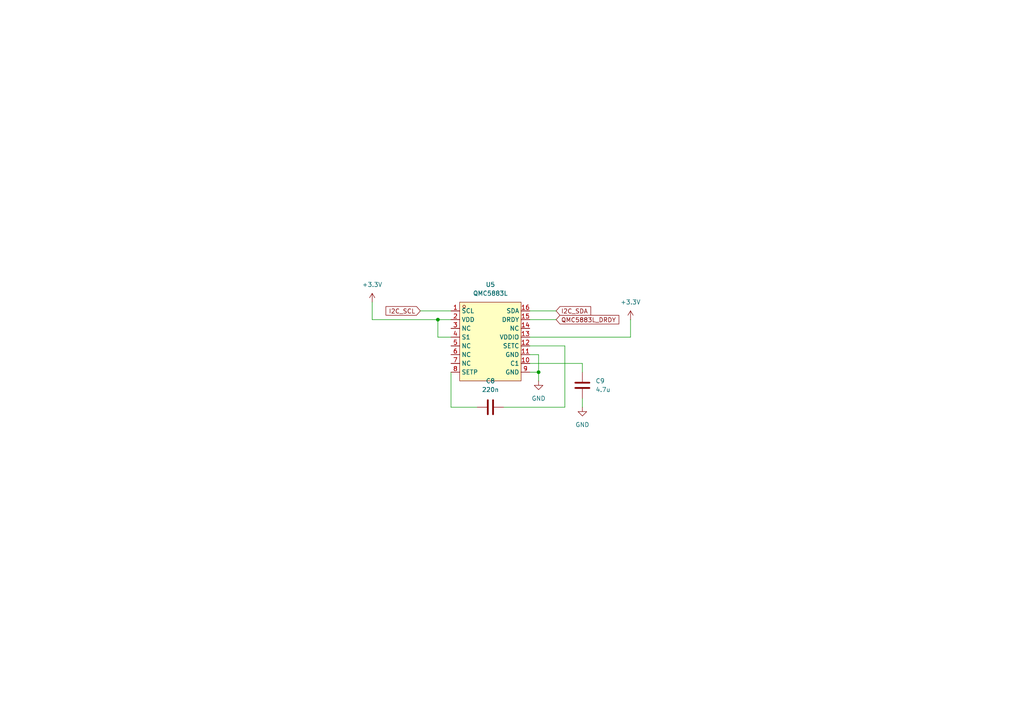
<source format=kicad_sch>
(kicad_sch (version 20231120) (generator "eeschema") (generator_version "8.0")
  (paper "A4")
  (lib_symbols
    (symbol "Device:C" (pin_numbers hide) (pin_names (offset 0.254))
      (property "Reference" "C" (at 0.635 2.54 0))
      (property "Value" "C" (at 0.635 -2.54 0))
      (symbol "C_0_1"
        (polyline (pts (xy -2.032 -0.762) (xy 2.032 -0.762)) (stroke (width 0.508)))
        (polyline (pts (xy -2.032 0.762) (xy 2.032 0.762)) (stroke (width 0.508)))
      )
      (symbol "C_1_1"
        (pin passive line (at 0 3.81 270) (length 2.794) (name "~") (number "1"))
        (pin passive line (at 0 -3.81 90) (length 2.794) (name "~") (number "2"))
      )
    )
    (symbol "easyeda2kicad:QMC5883L"
      (property "Reference" "U" (at 0 13.97 0))
      (property "Value" "QMC5883L" (at 0 -13.97 0))
      (symbol "QMC5883L_0_1"
        (rectangle (start -8.89 11.43) (end 8.89 -11.43) (fill (type background)))
        (circle (center -7.62 10.16) (radius 0.38))
        (pin unspecified line (at -11.43 8.89 0) (length 2.54) (name "SCL") (number "1"))
        (pin unspecified line (at 11.43 -6.35 180) (length 2.54) (name "C1") (number "10"))
        (pin unspecified line (at 11.43 -3.81 180) (length 2.54) (name "GND") (number "11"))
        (pin unspecified line (at 11.43 -1.27 180) (length 2.54) (name "SETC") (number "12"))
        (pin unspecified line (at 11.43 1.27 180) (length 2.54) (name "VDDIO") (number "13"))
        (pin unspecified line (at 11.43 3.81 180) (length 2.54) (name "NC") (number "14"))
        (pin unspecified line (at 11.43 6.35 180) (length 2.54) (name "DRDY") (number "15"))
        (pin unspecified line (at 11.43 8.89 180) (length 2.54) (name "SDA") (number "16"))
        (pin unspecified line (at -11.43 6.35 0) (length 2.54) (name "VDD") (number "2"))
        (pin unspecified line (at -11.43 3.81 0) (length 2.54) (name "NC") (number "3"))
        (pin unspecified line (at -11.43 1.27 0) (length 2.54) (name "S1") (number "4"))
        (pin unspecified line (at -11.43 -1.27 0) (length 2.54) (name "NC") (number "5"))
        (pin unspecified line (at -11.43 -3.81 0) (length 2.54) (name "NC") (number "6"))
        (pin unspecified line (at -11.43 -6.35 0) (length 2.54) (name "NC") (number "7"))
        (pin unspecified line (at -11.43 -8.89 0) (length 2.54) (name "SETP") (number "8"))
        (pin unspecified line (at 11.43 -8.89 180) (length 2.54) (name "GND") (number "9"))
      )
    )
    (symbol "power:+3.3V" (power) (pin_numbers hide) (pin_names (offset 0) hide)
      (property "Value" "+3.3V" (at 0 3.556 0))
      (symbol "+3.3V_0_1"
        (polyline (pts (xy -0.762 1.27) (xy 0 2.54)))
        (polyline (pts (xy 0 0) (xy 0 2.54)))
        (polyline (pts (xy 0 2.54) (xy 0.762 1.27)))
      )
      (symbol "+3.3V_1_1"
        (pin power_in line (at 0 0 90) (length 0) (name "~") (number "1"))
      )
    )
    (symbol "power:GND" (power) (pin_numbers hide) (pin_names (offset 0) hide)
      (property "Value" "GND" (at 0 -3.81 0))
      (symbol "GND_0_1"
        (polyline (pts (xy 0 0) (xy 0 -1.27) (xy 1.27 -1.27) (xy 0 -2.54) (xy -1.27 -1.27) (xy 0 -1.27)))
      )
      (symbol "GND_1_1"
        (pin power_in line (at 0 0 270) (length 0) (name "~") (number "1"))
      )
    )
  )
  (junction (at 127 92.71))
  (junction (at 156.21 107.95))
  (wire (pts (xy 127 97.79) (xy 127 92.71)))
  (wire (pts (xy 168.91 105.41) (xy 168.91 107.95)))
  (wire (pts (xy 153.67 90.17) (xy 161.29 90.17)))
  (wire (pts (xy 138.43 118.11) (xy 130.81 118.11)))
  (wire (pts (xy 182.88 92.71) (xy 182.88 97.79)))
  (wire (pts (xy 127 92.71) (xy 130.81 92.71)))
  (wire (pts (xy 153.67 105.41) (xy 168.91 105.41)))
  (wire (pts (xy 153.67 92.71) (xy 161.29 92.71)))
  (wire (pts (xy 130.81 118.11) (xy 130.81 107.95)))
  (wire (pts (xy 156.21 102.87) (xy 156.21 107.95)))
  (wire (pts (xy 153.67 97.79) (xy 182.88 97.79)))
  (wire (pts (xy 153.67 107.95) (xy 156.21 107.95)))
  (wire (pts (xy 107.95 92.71) (xy 127 92.71)))
  (wire (pts (xy 163.83 100.33) (xy 153.67 100.33)))
  (wire (pts (xy 168.91 115.57) (xy 168.91 118.11)))
  (wire (pts (xy 156.21 107.95) (xy 156.21 110.49)))
  (wire (pts (xy 121.92 90.17) (xy 130.81 90.17)))
  (wire (pts (xy 146.05 118.11) (xy 163.83 118.11)))
  (wire (pts (xy 130.81 97.79) (xy 127 97.79)))
  (wire (pts (xy 107.95 87.63) (xy 107.95 92.71)))
  (wire (pts (xy 153.67 102.87) (xy 156.21 102.87)))
  (wire (pts (xy 163.83 118.11) (xy 163.83 100.33)))
  (global_label "I2C_SCL" (shape input) (at 121.92 90.17 180) (property "Intersheetrefs" "${INTERSHEET_REFS}" (effects (hide yes))))
  (global_label "QMC5883L_DRDY" (shape input) (at 161.29 92.71 0) (property "Intersheetrefs" "${INTERSHEET_REFS}" (effects (hide yes))))
  (global_label "I2C_SDA" (shape input) (at 161.29 90.17 0) (property "Intersheetrefs" "${INTERSHEET_REFS}" (effects (hide yes))))
  (symbol (lib_id "Device:C") (at 142.24 118.11 90) (unit 1)
    (property "Reference" "C8" (at 142.24 110.49 90))
    (property "Value" "220n" (at 142.24 113.03 90))
    (property "Footprint" "Capacitor_SMD:C_0603_1608Metric" (effects (hide yes)))
    (property "Description" "Unpolarized capacitor" (effects (hide yes)))
  )
  (symbol (lib_id "Device:C") (at 168.91 111.76 0) (unit 1)
    (property "Reference" "C9" (at 172.72 110.4899 0) (effects (justify left)))
    (property "Value" "4.7u" (at 172.72 113.0299 0) (effects (justify left)))
    (property "Footprint" "Capacitor_SMD:C_0805_2012Metric" (effects (hide yes)))
    (property "Description" "Unpolarized capacitor" (effects (hide yes)))
  )
  (symbol (lib_id "easyeda2kicad:QMC5883L") (at 142.24 99.06 0) (unit 1)
    (property "Reference" "U5" (at 142.24 82.55 0))
    (property "Value" "QMC5883L" (at 142.24 85.09 0))
    (property "Footprint" "easyeda2kicad:LGA-16_L3.0-W3.0-P0.50-BL_SQ" (effects (hide yes)))
    (property "LCSC Part" "C976032" (effects (hide yes)))
  )
  (symbol (lib_id "power:GND") (at 156.21 110.49 0) (unit 1)
    (property "Reference" "#PWR036" (effects (hide yes)))
    (property "Value" "GND" (at 156.21 115.57 0))
    (property "Description" "Power symbol creates a global label with name \"GND\" , ground" (effects (hide yes)))
  )
  (symbol (lib_id "power:+3.3V") (at 107.95 87.63 0) (unit 1)
    (property "Reference" "#PWR034" (effects (hide yes)))
    (property "Value" "+3.3V" (at 107.95 82.55 0))
    (property "Description" "Power symbol creates a global label with name \"+3.3V\"" (effects (hide yes)))
  )
  (symbol (lib_id "power:GND") (at 168.91 118.11 0) (unit 1)
    (property "Reference" "#PWR037" (effects (hide yes)))
    (property "Value" "GND" (at 168.91 123.19 0))
    (property "Description" "Power symbol creates a global label with name \"GND\" , ground" (effects (hide yes)))
  )
  (symbol (lib_id "power:+3.3V") (at 182.88 92.71 0) (unit 1)
    (property "Reference" "#PWR035" (effects (hide yes)))
    (property "Value" "+3.3V" (at 182.88 87.63 0))
    (property "Description" "Power symbol creates a global label with name \"+3.3V\"" (effects (hide yes)))
  )
)
</source>
